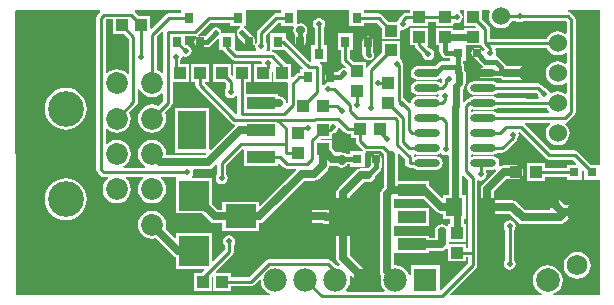
<source format=gtl>
G04 Layer_Physical_Order=1*
G04 Layer_Color=255*
%FSLAX25Y25*%
%MOIN*%
G70*
G01*
G75*
%ADD10R,0.03937X0.03937*%
%ADD11R,0.03937X0.03937*%
%ADD12R,0.03150X0.03543*%
%ADD13R,0.05512X0.05906*%
%ADD14R,0.03150X0.03150*%
%ADD15O,0.08661X0.02362*%
%ADD16R,0.09843X0.09843*%
%ADD17C,0.06000*%
%ADD18R,0.10236X0.07874*%
%ADD19R,0.09449X0.12992*%
%ADD20R,0.09449X0.03937*%
%ADD21C,0.01000*%
%ADD22C,0.02362*%
%ADD23C,0.01500*%
%ADD24C,0.01772*%
%ADD25C,0.02500*%
%ADD26C,0.02250*%
%ADD27C,0.07874*%
%ADD28C,0.06890*%
%ADD29R,0.07800X0.07800*%
%ADD30C,0.07800*%
%ADD31C,0.07284*%
%ADD32C,0.11929*%
%ADD33C,0.02000*%
G36*
X282419Y326819D02*
X282915Y326487D01*
X283500Y326371D01*
X284784D01*
Y324932D01*
X286223D01*
Y323948D01*
X286339Y323363D01*
X286671Y322867D01*
X288519Y321019D01*
X288616Y320953D01*
X288471Y320475D01*
X284176D01*
Y319684D01*
X283306D01*
X282901Y319955D01*
X282050Y320124D01*
X281952Y320104D01*
X281500Y320194D01*
X281147Y320124D01*
X279472D01*
X278169Y321428D01*
Y324120D01*
X274489D01*
X274429Y324264D01*
X274707Y324679D01*
X278169D01*
Y326259D01*
X278629Y326567D01*
X278654Y326591D01*
X279280Y326716D01*
X279942Y327158D01*
X280384Y327820D01*
X280452Y328162D01*
X280930Y328307D01*
X282419Y326819D01*
D02*
G37*
G36*
X349519Y318219D02*
X350015Y317887D01*
X350600Y317771D01*
X358519D01*
X359753Y316537D01*
X359562Y316075D01*
X356472D01*
Y315029D01*
X349217D01*
Y316469D01*
X343280D01*
Y310531D01*
X349217D01*
Y311971D01*
X356472D01*
Y310925D01*
X361622D01*
Y314015D01*
X361962Y314156D01*
X362378Y313878D01*
Y310925D01*
X367500D01*
Y272500D01*
X352174D01*
X352076Y272990D01*
X352647Y273227D01*
X353678Y274018D01*
X354470Y275050D01*
X354967Y276251D01*
X355137Y277539D01*
X354967Y278828D01*
X354470Y280029D01*
X353678Y281061D01*
X352647Y281852D01*
X351446Y282349D01*
X350157Y282519D01*
X348869Y282349D01*
X347668Y281852D01*
X346636Y281061D01*
X345845Y280029D01*
X345347Y278828D01*
X345178Y277539D01*
X345347Y276251D01*
X345845Y275050D01*
X346636Y274018D01*
X347668Y273227D01*
X348239Y272990D01*
X348141Y272500D01*
X317916D01*
X317725Y272962D01*
X326281Y281519D01*
X326613Y282015D01*
X326729Y282600D01*
Y310707D01*
X327120Y310916D01*
X327900Y310761D01*
X328680Y310916D01*
X329342Y311358D01*
X329784Y312020D01*
X329939Y312800D01*
X329784Y313580D01*
X329547Y313935D01*
X329783Y314376D01*
X331898D01*
X332608Y314517D01*
X332844Y314076D01*
X328490Y309722D01*
X327992Y308978D01*
X327818Y308100D01*
Y301900D01*
X327992Y301022D01*
X328490Y300278D01*
X329234Y299781D01*
X330112Y299606D01*
X337450D01*
X340178Y296878D01*
X340922Y296380D01*
X341800Y296206D01*
X354200D01*
X355078Y296380D01*
X355822Y296878D01*
X356827Y297883D01*
X360000D01*
X360878Y298058D01*
X361622Y298555D01*
X362120Y299299D01*
X362294Y300177D01*
X362120Y301055D01*
X361622Y301799D01*
X360878Y302297D01*
X360000Y302471D01*
X356068D01*
X351780Y306760D01*
X351035Y307257D01*
X350157Y307432D01*
X349279Y307257D01*
X348535Y306760D01*
X348038Y306016D01*
X347863Y305138D01*
X348038Y304260D01*
X348535Y303516D01*
X350795Y301256D01*
X350604Y300794D01*
X342750D01*
X340022Y303522D01*
X339278Y304019D01*
X338400Y304194D01*
X332406D01*
Y307150D01*
X336462Y311206D01*
X339752D01*
X340630Y311381D01*
X341374Y311878D01*
X341872Y312622D01*
X342046Y313500D01*
X341872Y314378D01*
X341374Y315122D01*
X340630Y315619D01*
X339752Y315794D01*
X335512D01*
X334634Y315619D01*
X334390Y315457D01*
X333953Y315749D01*
X334122Y316600D01*
X333953Y317451D01*
X333471Y318173D01*
X332749Y318655D01*
X331898Y318824D01*
X325599D01*
X324816Y318668D01*
X324594Y318850D01*
Y319350D01*
X324816Y319532D01*
X325599Y319376D01*
X331898D01*
X332749Y319545D01*
X333471Y320027D01*
X333500Y320071D01*
X335100D01*
X335685Y320187D01*
X336181Y320519D01*
X339581Y323919D01*
X339913Y324415D01*
X339941Y324558D01*
X339942Y324558D01*
X340384Y325220D01*
X340539Y326000D01*
X340410Y326651D01*
X340851Y326886D01*
X349519Y318219D01*
D02*
G37*
G36*
X367500Y316075D02*
X364541D01*
X360234Y320381D01*
X359738Y320713D01*
X359153Y320829D01*
X351234D01*
X342454Y329609D01*
X342646Y330071D01*
X350805D01*
X350965Y329597D01*
X350647Y329353D01*
X350006Y328517D01*
X349603Y327544D01*
X349465Y326500D01*
X349603Y325456D01*
X350006Y324483D01*
X350647Y323647D01*
X351483Y323006D01*
X352456Y322603D01*
X353500Y322465D01*
X354544Y322603D01*
X355517Y323006D01*
X356353Y323647D01*
X356994Y324483D01*
X357397Y325456D01*
X357535Y326500D01*
X357397Y327544D01*
X356994Y328517D01*
X356353Y329353D01*
X356018Y329610D01*
X356132Y330097D01*
X356585Y330187D01*
X357081Y330519D01*
X359081Y332519D01*
X359413Y333015D01*
X359529Y333600D01*
Y364400D01*
X359432Y364888D01*
X359413Y364985D01*
X359081Y365481D01*
X357981Y366581D01*
X357485Y366913D01*
X357036Y367002D01*
X357085Y367500D01*
X367500D01*
Y316075D01*
D02*
G37*
G36*
X268503Y348397D02*
X268312Y347935D01*
X267685D01*
Y346692D01*
X267300D01*
X266715Y346576D01*
X266219Y346244D01*
X265178Y345204D01*
X264717Y345396D01*
Y349468D01*
X263073D01*
X262829Y349833D01*
X259281Y353381D01*
X258785Y353713D01*
X258379Y353794D01*
X258428Y354291D01*
X262609D01*
X268503Y348397D01*
D02*
G37*
G36*
X343000Y334971D02*
X349804D01*
X350006Y334483D01*
X350647Y333647D01*
X350705Y333603D01*
X350544Y333129D01*
X333500D01*
X333471Y333172D01*
X332749Y333655D01*
X331898Y333824D01*
X325599D01*
X324816Y333668D01*
X324594Y333850D01*
Y334350D01*
X324816Y334532D01*
X325599Y334376D01*
X331898D01*
X332749Y334545D01*
X333471Y335028D01*
X333500Y335071D01*
X342497D01*
X343000Y334971D01*
D02*
G37*
G36*
X314758Y319758D02*
X315420Y319316D01*
X316200Y319161D01*
X316771Y319274D01*
X317157Y318957D01*
Y305853D01*
X315332D01*
Y305221D01*
X314870Y305029D01*
X310722Y309177D01*
X310642Y309231D01*
Y310524D01*
X300194D01*
Y319381D01*
X300150Y319600D01*
X300586Y319846D01*
X302671Y317938D01*
Y316600D01*
X302787Y316015D01*
X303119Y315519D01*
X303615Y315187D01*
X304200Y315071D01*
X305100D01*
X305129Y315027D01*
X305851Y314545D01*
X306702Y314376D01*
X313001D01*
X313852Y314545D01*
X314573Y315027D01*
X315055Y315749D01*
X315225Y316600D01*
X315055Y317451D01*
X314573Y318173D01*
X313852Y318655D01*
X313001Y318824D01*
X306702D01*
X305851Y318655D01*
X305730Y318705D01*
X305681Y319202D01*
X306116Y319493D01*
X306702Y319376D01*
X313001D01*
X313852Y319545D01*
X314573Y320027D01*
X314578D01*
X314758Y319758D01*
D02*
G37*
G36*
X200957Y367323D02*
X201075Y367038D01*
X200219Y366181D01*
X199887Y365685D01*
X199771Y365100D01*
Y314400D01*
X199887Y313815D01*
X200219Y313319D01*
X201119Y312419D01*
X201615Y312087D01*
X202200Y311971D01*
X203518D01*
X203679Y311497D01*
X203189Y311122D01*
X202446Y310152D01*
X201978Y309023D01*
X201818Y307811D01*
X201978Y306599D01*
X202446Y305470D01*
X203189Y304501D01*
X204159Y303756D01*
X205288Y303289D01*
X206500Y303129D01*
X207712Y303289D01*
X208841Y303756D01*
X209810Y304501D01*
X210555Y305470D01*
X211022Y306599D01*
X211182Y307811D01*
X211022Y309023D01*
X210555Y310152D01*
X209810Y311122D01*
X209321Y311497D01*
X209482Y311971D01*
X215329D01*
X215490Y311497D01*
X215001Y311122D01*
X214257Y310152D01*
X213789Y309023D01*
X213629Y307811D01*
X213789Y306599D01*
X214257Y305470D01*
X215001Y304501D01*
X215970Y303756D01*
X217099Y303289D01*
X218311Y303129D01*
X219523Y303289D01*
X220652Y303756D01*
X221621Y304501D01*
X222365Y305470D01*
X222833Y306599D01*
X222993Y307811D01*
X222833Y309023D01*
X222365Y310152D01*
X221621Y311122D01*
X221132Y311497D01*
X221293Y311971D01*
X226379D01*
Y311673D01*
X226379D01*
Y299831D01*
X234977D01*
X237630Y297178D01*
X238374Y296680D01*
X239252Y296506D01*
X241733D01*
Y293863D01*
X253969D01*
Y296506D01*
X254100D01*
X254978Y296680D01*
X255722Y297178D01*
X269250Y310706D01*
X272200D01*
X273078Y310880D01*
X273822Y311378D01*
X276822Y314378D01*
X277320Y315122D01*
X277386Y315458D01*
X277802Y315735D01*
X278452Y315606D01*
X278805Y315676D01*
X279955D01*
X280622Y315230D01*
X281500Y315056D01*
X282378Y315230D01*
X283122Y315728D01*
X283322Y316027D01*
X283411Y316116D01*
X284176D01*
Y315325D01*
X289325D01*
Y319189D01*
X289600Y320571D01*
X294548D01*
X295628Y319491D01*
X295606Y319381D01*
Y308505D01*
X294878Y307777D01*
X294380Y307033D01*
X294206Y306155D01*
Y280500D01*
X294380Y279622D01*
X294722Y279111D01*
X294626Y278879D01*
X294458Y277600D01*
X294626Y276321D01*
X295120Y275129D01*
X295850Y274178D01*
X295628Y273729D01*
X283172D01*
X282950Y274178D01*
X283680Y275129D01*
X284174Y276321D01*
X284342Y277600D01*
X284174Y278879D01*
X284167Y278895D01*
X284583Y279172D01*
X287778Y275978D01*
X288522Y275481D01*
X289400Y275306D01*
X290278Y275481D01*
X291022Y275978D01*
X291519Y276722D01*
X291694Y277600D01*
X291519Y278478D01*
X291022Y279222D01*
X284377Y285868D01*
Y298500D01*
Y305750D01*
X288832Y310206D01*
X290400D01*
X291278Y310381D01*
X292022Y310878D01*
X292519Y311622D01*
X292637Y312214D01*
X294362Y313938D01*
X294362Y313938D01*
X294555Y314228D01*
X294748Y314517D01*
X294884Y315200D01*
X294884Y315200D01*
Y317850D01*
X294748Y318532D01*
X294362Y319111D01*
X293783Y319498D01*
X293100Y319634D01*
X292417Y319498D01*
X291838Y319111D01*
X291452Y318532D01*
X291316Y317850D01*
Y315939D01*
X290171Y314794D01*
X287882D01*
X287004Y314619D01*
X286260Y314122D01*
X280460Y308323D01*
X279963Y307578D01*
X279788Y306701D01*
Y300794D01*
X277183D01*
X276995Y300920D01*
X276117Y301094D01*
X266749D01*
X265871Y300920D01*
X265127Y300422D01*
X264629Y299678D01*
X264455Y298800D01*
X264629Y297922D01*
X265127Y297178D01*
X265871Y296680D01*
X266749Y296506D01*
X275352D01*
X275539Y296380D01*
X276417Y296206D01*
X279788D01*
Y284917D01*
X279963Y284039D01*
X280460Y283295D01*
X280973Y282783D01*
X280695Y282367D01*
X280679Y282374D01*
X279654Y282509D01*
X278081Y284081D01*
X277585Y284413D01*
X277000Y284529D01*
X257163D01*
X256578Y284413D01*
X256082Y284081D01*
X250530Y278529D01*
X244717D01*
Y279969D01*
X239801D01*
X239609Y280430D01*
X245081Y285903D01*
X245413Y286399D01*
X245529Y286984D01*
Y289189D01*
X245884Y289720D01*
X246039Y290500D01*
X245884Y291280D01*
X245442Y291942D01*
X244780Y292384D01*
X244000Y292539D01*
X243220Y292384D01*
X242558Y291942D01*
X242116Y291280D01*
X241961Y290500D01*
X242116Y289720D01*
X242471Y289189D01*
Y287618D01*
X238683Y283830D01*
X238221Y284022D01*
Y293169D01*
X226379D01*
Y291830D01*
X225917Y291638D01*
X222814Y294742D01*
X222833Y294788D01*
X222993Y296000D01*
X222833Y297212D01*
X222365Y298341D01*
X221621Y299310D01*
X220652Y300055D01*
X219523Y300522D01*
X218311Y300682D01*
X217099Y300522D01*
X215970Y300055D01*
X215001Y299310D01*
X214257Y298341D01*
X213789Y297212D01*
X213629Y296000D01*
X213789Y294788D01*
X214257Y293659D01*
X215001Y292689D01*
X215970Y291946D01*
X217099Y291478D01*
X218311Y291318D01*
X219523Y291478D01*
X219569Y291497D01*
X225441Y285626D01*
X226185Y285128D01*
X226379Y285090D01*
Y281327D01*
X235526D01*
X235718Y280865D01*
X234822Y279969D01*
X232283D01*
Y274031D01*
X238221D01*
Y278729D01*
X238636Y279007D01*
X238779Y278947D01*
Y274031D01*
X244717D01*
Y275471D01*
X251163D01*
X251748Y275587D01*
X252245Y275919D01*
X253996Y277670D01*
X254470Y277509D01*
X254626Y276321D01*
X255120Y275129D01*
X255905Y274105D01*
X256929Y273320D01*
X257724Y272990D01*
X257627Y272500D01*
X173000D01*
X172502Y367145D01*
X172854Y367500D01*
X200839D01*
X200957Y367323D01*
D02*
G37*
G36*
X317032Y288079D02*
Y283784D01*
X322969D01*
Y285223D01*
X323671D01*
Y283233D01*
X314762Y274325D01*
X314300Y274516D01*
Y282500D01*
X304500D01*
Y279373D01*
X304010Y279276D01*
X303680Y280071D01*
X302895Y281095D01*
X301871Y281880D01*
X300679Y282374D01*
X299400Y282542D01*
X299170Y282512D01*
X298794Y282842D01*
Y286476D01*
X299193D01*
Y286476D01*
X310642D01*
Y287151D01*
X314545D01*
X315423Y287325D01*
X316167Y287823D01*
X316522Y288178D01*
X316553Y288224D01*
X317032Y288079D01*
D02*
G37*
G36*
X323671Y310966D02*
Y288281D01*
X322969D01*
Y289721D01*
X317259D01*
X317194Y289800D01*
Y290280D01*
X322969D01*
Y296217D01*
X322224D01*
Y297947D01*
X322844D01*
Y305853D01*
X321605D01*
Y312379D01*
X322067Y312570D01*
X323671Y310966D01*
D02*
G37*
G36*
X248793Y320977D02*
Y315576D01*
X260242D01*
Y316387D01*
X260704Y316578D01*
X262108Y315174D01*
X262604Y314842D01*
X263190Y314726D01*
X266128D01*
X266319Y314264D01*
X254431Y302376D01*
X253969Y302567D01*
Y303737D01*
X241733D01*
Y301094D01*
X240202D01*
X238221Y303075D01*
Y311673D01*
X231715D01*
X231479Y312114D01*
X231884Y312720D01*
X232039Y313500D01*
X231905Y314173D01*
X232223Y314560D01*
X236954D01*
X237832Y314734D01*
X238576Y315232D01*
X239509Y316164D01*
X239971Y315973D01*
Y312811D01*
X239616Y312280D01*
X239461Y311500D01*
X239616Y310720D01*
X240058Y310058D01*
X240720Y309616D01*
X241500Y309461D01*
X242280Y309616D01*
X242942Y310058D01*
X243384Y310720D01*
X243539Y311500D01*
X243384Y312280D01*
X243029Y312811D01*
Y315866D01*
X248331Y321168D01*
X248793Y320977D01*
D02*
G37*
G36*
X313133Y300278D02*
X313877Y299781D01*
X314755Y299606D01*
X315332D01*
Y297947D01*
X317776D01*
Y296217D01*
X317032D01*
Y295621D01*
X316553Y295476D01*
X316522Y295522D01*
X315778Y296020D01*
X314900Y296194D01*
X314022Y296020D01*
X313278Y295522D01*
X312780Y294778D01*
X312606Y293900D01*
Y291739D01*
X310642D01*
Y292413D01*
X299193D01*
Y292413D01*
X299148D01*
X298794Y292767D01*
Y295532D01*
X299193D01*
Y295532D01*
X310642D01*
Y301468D01*
X299193D01*
Y301468D01*
X299148D01*
X298794Y301822D01*
Y304587D01*
X299193D01*
Y304587D01*
X308824D01*
X313133Y300278D01*
D02*
G37*
G36*
X205283Y359531D02*
X209058D01*
X210571Y358018D01*
Y346342D01*
X210097Y346181D01*
X209810Y346554D01*
X208841Y347299D01*
X207712Y347766D01*
X206500Y347926D01*
X205288Y347766D01*
X204159Y347299D01*
X203278Y346622D01*
X202829Y346844D01*
Y364467D01*
X202834Y364471D01*
X205283D01*
Y359531D01*
D02*
G37*
G36*
X330827Y367084D02*
X330603Y366544D01*
X330466Y365500D01*
X330603Y364456D01*
X331006Y363483D01*
X331647Y362647D01*
X332483Y362006D01*
X333456Y361603D01*
X334500Y361466D01*
X335544Y361603D01*
X336517Y362006D01*
X337353Y362647D01*
X337994Y363483D01*
X338196Y363971D01*
X339589D01*
X340120Y363616D01*
X340900Y363461D01*
X341680Y363616D01*
X342211Y363971D01*
X356266D01*
X356471Y363767D01*
Y359828D01*
X356022Y359607D01*
X355517Y359994D01*
X354544Y360397D01*
X353500Y360535D01*
X352456Y360397D01*
X351483Y359994D01*
X350647Y359353D01*
X350006Y358517D01*
X349804Y358029D01*
X330977D01*
Y361200D01*
X330861Y361785D01*
X330529Y362281D01*
X328368Y364442D01*
Y367500D01*
X330549D01*
X330827Y367084D01*
D02*
G37*
G36*
X261425Y366466D02*
X259637D01*
X259052Y366350D01*
X258556Y366018D01*
X253619Y361081D01*
X253287Y360585D01*
X253171Y360000D01*
Y356811D01*
X252891Y356393D01*
X252429Y356584D01*
X252524Y357063D01*
Y357560D01*
X252389Y358243D01*
X252002Y358822D01*
X252002Y358822D01*
X249562Y361262D01*
X248983Y361649D01*
X248886Y361668D01*
X248935Y362165D01*
X249575D01*
Y367500D01*
X261425D01*
Y366466D01*
D02*
G37*
G36*
X244425Y362165D02*
X247665D01*
X247714Y361668D01*
X247617Y361649D01*
X247038Y361262D01*
X246652Y360683D01*
X246516Y360000D01*
X246652Y359317D01*
X247038Y358738D01*
X249016Y356761D01*
X249092Y356380D01*
X249479Y355801D01*
X250057Y355415D01*
X250740Y355279D01*
X251423Y355415D01*
X252002Y355801D01*
X252313Y356268D01*
X252776Y356076D01*
X252661Y355500D01*
X252816Y354720D01*
X253116Y354270D01*
X252881Y353829D01*
X246634D01*
X245835Y354628D01*
Y359835D01*
X241457D01*
X241321Y360000D01*
X241185Y360683D01*
X240799Y361262D01*
X240220Y361649D01*
X239537Y361784D01*
X238854Y361649D01*
X238275Y361262D01*
X235861Y358847D01*
X234240D01*
X233828Y358765D01*
X233637Y359227D01*
X233774Y359319D01*
X237863Y363408D01*
X244425D01*
Y362165D01*
D02*
G37*
G36*
X304331Y366777D02*
X302948D01*
X302460Y366680D01*
X302363Y366661D01*
X301867Y366329D01*
X300919Y365381D01*
X300587Y364885D01*
X300474Y364316D01*
X300116Y363780D01*
X300103Y363717D01*
X297194D01*
X294892Y366018D01*
X294396Y366350D01*
X293811Y366466D01*
X289075D01*
Y367500D01*
X304331D01*
Y366777D01*
D02*
G37*
G36*
X322431Y362280D02*
X325893D01*
X326171Y361864D01*
X326111Y361720D01*
X322431D01*
Y360976D01*
X318769D01*
Y361720D01*
X312831D01*
Y355784D01*
X314016D01*
Y353800D01*
X314152Y353117D01*
X314538Y352538D01*
X315038Y352038D01*
X315038Y352038D01*
X315328Y351845D01*
X315617Y351652D01*
X316300Y351516D01*
X316300Y351516D01*
X317676D01*
Y350725D01*
D01*
Y350725D01*
X317473Y350523D01*
X315000D01*
X314264Y350376D01*
X313640Y349960D01*
X312505Y348824D01*
X306702D01*
X305851Y348655D01*
X305129Y348172D01*
X304647Y347451D01*
X304478Y346600D01*
X304647Y345749D01*
X305129Y345027D01*
X305851Y344545D01*
X306702Y344376D01*
X313001D01*
X313852Y344545D01*
X314529Y344998D01*
X314945Y344720D01*
X314921Y344600D01*
Y343634D01*
X314505Y343218D01*
X313852Y343655D01*
X313001Y343824D01*
X306702D01*
X305851Y343655D01*
X305129Y343173D01*
X304647Y342451D01*
X304478Y341600D01*
X304647Y340749D01*
X305129Y340027D01*
X305851Y339545D01*
X306702Y339376D01*
X313001D01*
X313762Y339528D01*
X313960Y339330D01*
X313890Y339101D01*
X313391Y338767D01*
X313339Y338756D01*
X313001Y338824D01*
X306702D01*
X305851Y338655D01*
X305129Y338173D01*
X304647Y337451D01*
X304479Y336607D01*
X304001Y336462D01*
X303509Y336954D01*
X303484Y337080D01*
X303042Y337742D01*
X302380Y338184D01*
X301998Y338260D01*
Y349131D01*
X301912Y349564D01*
X301939Y349700D01*
X301784Y350480D01*
X301342Y351142D01*
X300969Y351391D01*
Y357221D01*
X295031D01*
Y353446D01*
X290119Y348533D01*
X289947Y348277D01*
X289469Y348422D01*
Y350217D01*
X285694D01*
X284289Y351622D01*
Y354291D01*
X285335D01*
Y359835D01*
X280185D01*
Y354291D01*
X281230D01*
Y350988D01*
X281347Y350403D01*
X281678Y349907D01*
X282965Y348620D01*
X282730Y348179D01*
X282200Y348284D01*
X281517Y348148D01*
X280938Y347762D01*
X280124Y346947D01*
X277740D01*
X277057Y346812D01*
X276479Y346425D01*
X276092Y345846D01*
X275956Y345163D01*
X276092Y344480D01*
X276479Y343901D01*
X276703Y343751D01*
X276606Y343261D01*
X276220Y343184D01*
X275558Y342742D01*
X275408Y342517D01*
X274929Y342662D01*
Y348500D01*
X274813Y349085D01*
X274481Y349581D01*
X274174Y349787D01*
X274319Y350265D01*
X276575D01*
Y355809D01*
X275529D01*
Y361689D01*
X275884Y362220D01*
X276039Y363000D01*
X275884Y363780D01*
X275442Y364442D01*
X274780Y364884D01*
X274000Y365039D01*
X273220Y364884D01*
X272558Y364442D01*
X272116Y363780D01*
X271961Y363000D01*
X272116Y362220D01*
X272471Y361689D01*
Y355809D01*
X271425D01*
Y350454D01*
X270963Y350263D01*
X263081Y358144D01*
X262835Y358309D01*
Y359835D01*
X257685D01*
Y354291D01*
X257685D01*
Y354183D01*
X257331Y353829D01*
X256520D01*
X256284Y354270D01*
X256584Y354720D01*
X256739Y355500D01*
X256584Y356280D01*
X256229Y356811D01*
Y359366D01*
X260271Y363408D01*
X261425D01*
Y362165D01*
X265389D01*
X265625Y361724D01*
X265621Y361718D01*
X265446Y360840D01*
X265621Y359962D01*
X265956Y359461D01*
Y357063D01*
X266092Y356380D01*
X266478Y355801D01*
X267057Y355415D01*
X267740Y355279D01*
X268423Y355415D01*
X269002Y355801D01*
X269389Y356380D01*
X269525Y357063D01*
Y359431D01*
X269919Y360022D01*
X270094Y360900D01*
X269919Y361778D01*
X269422Y362522D01*
X268678Y363019D01*
X267800Y363194D01*
X266961Y363027D01*
X266575Y363345D01*
Y367500D01*
X283925D01*
Y362165D01*
X289075D01*
Y363408D01*
X293178D01*
X295031Y361554D01*
Y357780D01*
X300969D01*
Y360772D01*
X301355Y361089D01*
X302000Y360961D01*
X302780Y361116D01*
X303442Y361558D01*
X303884Y362220D01*
X303896Y362280D01*
X304331D01*
Y362280D01*
X310268D01*
Y363719D01*
X312831D01*
Y362280D01*
X318769D01*
Y363030D01*
X319155Y363347D01*
X319848Y363209D01*
X320628Y363364D01*
X321290Y363806D01*
X321732Y364468D01*
X321887Y365248D01*
X321732Y366028D01*
X321290Y366690D01*
X320794Y367021D01*
X320939Y367500D01*
X322431D01*
Y362280D01*
D02*
G37*
G36*
X227925Y366466D02*
X223838D01*
X223253Y366350D01*
X222757Y366018D01*
X218178Y361440D01*
X217717Y361631D01*
Y365469D01*
X213942D01*
X212373Y367038D01*
X212491Y367323D01*
X212609Y367500D01*
X227925D01*
Y366466D01*
D02*
G37*
G36*
X221853Y360443D02*
X222071Y360353D01*
Y346775D01*
X221621Y346554D01*
X220652Y347299D01*
X219840Y347635D01*
Y358776D01*
X221565Y360501D01*
X221853Y360443D01*
D02*
G37*
G36*
X233198Y358471D02*
X232979Y358325D01*
X232592Y357746D01*
X232456Y357063D01*
X232592Y356380D01*
X232979Y355801D01*
X233557Y355415D01*
X234240Y355279D01*
X236600D01*
X237283Y355415D01*
X237862Y355801D01*
X240223Y358163D01*
X240685Y357971D01*
Y354291D01*
X241956D01*
X242178Y353959D01*
X244919Y351219D01*
X245415Y350887D01*
X246000Y350771D01*
X254760D01*
X255077Y350384D01*
X254961Y349800D01*
X254689Y349468D01*
X252284D01*
Y343531D01*
X258221D01*
Y347100D01*
X258622Y347398D01*
X258780Y347350D01*
Y343531D01*
X263370D01*
X263687Y343145D01*
X263671Y343063D01*
Y336804D01*
X263242Y336547D01*
X263039Y336655D01*
X262864Y337533D01*
X262367Y338277D01*
X261623Y338775D01*
X260745Y338949D01*
X260242D01*
Y339624D01*
X249777D01*
Y343531D01*
X251217D01*
Y349468D01*
X245280D01*
Y345789D01*
X245136Y345729D01*
X244721Y346007D01*
Y349468D01*
X238784D01*
Y343531D01*
X242558D01*
X242971Y343119D01*
Y341511D01*
X242616Y340980D01*
X242461Y340200D01*
X242616Y339420D01*
X243058Y338758D01*
X243720Y338316D01*
X244500Y338161D01*
X245280Y338316D01*
X245942Y338758D01*
X246240Y339204D01*
X246719Y339059D01*
Y333100D01*
X246742Y332984D01*
X246634Y332853D01*
X246134Y332828D01*
X235893Y343070D01*
X236085Y343531D01*
X237216D01*
Y349468D01*
X231279D01*
Y343531D01*
X232719D01*
Y342552D01*
X232835Y341967D01*
X233167Y341471D01*
X244650Y329987D01*
X245146Y329656D01*
X245731Y329539D01*
X245742D01*
X245933Y329077D01*
X237869Y321013D01*
X237407Y321205D01*
Y335096D01*
X225958D01*
Y320104D01*
X236306D01*
X236498Y319642D01*
X236004Y319148D01*
X223309D01*
X222980Y319524D01*
X222993Y319622D01*
X222833Y320834D01*
X222365Y321963D01*
X221621Y322933D01*
X220652Y323676D01*
X219523Y324144D01*
X218311Y324304D01*
X217099Y324144D01*
X215970Y323676D01*
X215001Y322933D01*
X214257Y321963D01*
X213789Y320834D01*
X213629Y319622D01*
X213789Y318410D01*
X214257Y317281D01*
X215001Y316312D01*
X215970Y315567D01*
X216085Y315520D01*
X215988Y315029D01*
X208823D01*
X208726Y315520D01*
X208841Y315567D01*
X209810Y316312D01*
X210555Y317281D01*
X211022Y318410D01*
X211182Y319622D01*
X211022Y320834D01*
X210555Y321963D01*
X209810Y322933D01*
X208841Y323676D01*
X207712Y324144D01*
X206500Y324304D01*
X205288Y324144D01*
X204159Y323676D01*
X203278Y323000D01*
X202829Y323221D01*
Y327834D01*
X203278Y328055D01*
X204159Y327379D01*
X205288Y326911D01*
X206500Y326751D01*
X207712Y326911D01*
X208841Y327379D01*
X209810Y328122D01*
X210555Y329092D01*
X211022Y330221D01*
X211182Y331433D01*
X211022Y332645D01*
X210686Y333456D01*
X213181Y335952D01*
X213513Y336448D01*
X213629Y337033D01*
Y341136D01*
X214120Y341233D01*
X214257Y340903D01*
X215001Y339933D01*
X215970Y339190D01*
X217099Y338722D01*
X218311Y338562D01*
X219523Y338722D01*
X220652Y339190D01*
X221621Y339933D01*
X221621Y339933D01*
X221621D01*
X222071Y339713D01*
Y337355D01*
X220334Y335619D01*
X219523Y335955D01*
X218311Y336115D01*
X217099Y335955D01*
X215970Y335488D01*
X215001Y334743D01*
X214257Y333774D01*
X213789Y332645D01*
X213629Y331433D01*
X213789Y330221D01*
X214257Y329092D01*
X215001Y328122D01*
X215970Y327379D01*
X217099Y326911D01*
X218311Y326751D01*
X219523Y326911D01*
X220652Y327379D01*
X221621Y328122D01*
X222365Y329092D01*
X222833Y330221D01*
X222993Y331433D01*
X222833Y332645D01*
X222497Y333456D01*
X224681Y335641D01*
X225013Y336137D01*
X225129Y336722D01*
Y343531D01*
X230720D01*
Y349468D01*
X227729D01*
Y350789D01*
X228084Y351320D01*
X228211Y351956D01*
X228673Y352148D01*
X228720Y352116D01*
X229500Y351961D01*
X230280Y352116D01*
X230942Y352558D01*
X231384Y353220D01*
X231539Y354000D01*
X231384Y354780D01*
X230942Y355442D01*
X230280Y355884D01*
X229654Y356009D01*
X229335Y356328D01*
Y358871D01*
X232692D01*
X233006Y358933D01*
X233198Y358471D01*
D02*
G37*
G36*
X328367Y355419D02*
X329312Y354473D01*
X329116Y354180D01*
X329066Y353930D01*
X328588Y353785D01*
X327811Y354562D01*
X327232Y354948D01*
X326550Y355084D01*
X325867Y354948D01*
X325288Y354562D01*
X324901Y353983D01*
X324765Y353300D01*
X324901Y352617D01*
X325288Y352038D01*
X328188Y349138D01*
X328643Y348834D01*
X328545Y348344D01*
X328066Y348249D01*
X327487Y347862D01*
X327100Y347283D01*
X326964Y346600D01*
X327100Y345917D01*
X327487Y345338D01*
X328066Y344952D01*
X328749Y344816D01*
X334571D01*
X335222Y344380D01*
X336100Y344206D01*
X343500D01*
X344378Y344380D01*
X345122Y344878D01*
X345620Y345622D01*
X345794Y346500D01*
X345620Y347378D01*
X345122Y348122D01*
X344378Y348620D01*
X343500Y348794D01*
X336266D01*
X336149Y349383D01*
X335762Y349962D01*
X335762Y349962D01*
X334062Y351662D01*
X333483Y352048D01*
X333059Y352133D01*
X332867Y352595D01*
X332884Y352620D01*
X333039Y353400D01*
X332884Y354180D01*
X332651Y354530D01*
X332886Y354971D01*
X349804D01*
X350006Y354483D01*
X350647Y353647D01*
X351483Y353006D01*
X352456Y352603D01*
X353500Y352466D01*
X354544Y352603D01*
X355517Y353006D01*
X356022Y353393D01*
X356471Y353172D01*
Y349828D01*
X356022Y349607D01*
X355517Y349994D01*
X354544Y350397D01*
X353500Y350535D01*
X352456Y350397D01*
X351483Y349994D01*
X350647Y349353D01*
X350006Y348517D01*
X349603Y347544D01*
X349465Y346500D01*
X349603Y345456D01*
X350006Y344483D01*
X350647Y343647D01*
X351483Y343006D01*
X352456Y342603D01*
X353500Y342465D01*
X354544Y342603D01*
X355517Y343006D01*
X356022Y343393D01*
X356471Y343172D01*
Y339828D01*
X356022Y339607D01*
X355517Y339994D01*
X354544Y340397D01*
X353500Y340534D01*
X352456Y340397D01*
X351483Y339994D01*
X351406Y339935D01*
X350938Y340111D01*
X350884Y340380D01*
X350442Y341042D01*
X349780Y341484D01*
X349154Y341609D01*
X348081Y342681D01*
X347585Y343013D01*
X347000Y343129D01*
X333500D01*
X333471Y343173D01*
X332749Y343655D01*
X331898Y343824D01*
X325599D01*
X324748Y343655D01*
X324027Y343173D01*
X323545Y342451D01*
X323375Y341600D01*
X323545Y340749D01*
X324027Y340027D01*
X324748Y339545D01*
X325599Y339376D01*
X331898D01*
X332749Y339545D01*
X333471Y340027D01*
X333500Y340071D01*
X346367D01*
X346991Y339446D01*
X347116Y338820D01*
X347349Y338470D01*
X347114Y338029D01*
X343403D01*
X342900Y338129D01*
X333500D01*
X333471Y338173D01*
X332749Y338655D01*
X331898Y338824D01*
X325599D01*
X324748Y338655D01*
X324027Y338173D01*
X323998Y338129D01*
X323512Y338032D01*
X323415Y338013D01*
X322919Y337681D01*
X322267Y337030D01*
X321805Y337221D01*
Y341361D01*
X322154Y341710D01*
X322154Y341710D01*
X322443Y342142D01*
X322636Y342431D01*
X322805Y343282D01*
Y346527D01*
X322805Y346527D01*
X322636Y347378D01*
X322424Y347695D01*
Y348600D01*
X322255Y349451D01*
X321984Y349855D01*
Y350725D01*
X322825D01*
Y355784D01*
X328123D01*
X328367Y355419D01*
D02*
G37*
%LPC*%
G36*
X360000Y286983D02*
X358840Y286830D01*
X357758Y286383D01*
X356830Y285670D01*
X356117Y284742D01*
X355669Y283660D01*
X355517Y282500D01*
X355669Y281340D01*
X356117Y280258D01*
X356830Y279330D01*
X357758Y278617D01*
X358840Y278169D01*
X360000Y278017D01*
X361160Y278169D01*
X362242Y278617D01*
X363170Y279330D01*
X363883Y280258D01*
X364331Y281340D01*
X364483Y282500D01*
X364331Y283660D01*
X363883Y284742D01*
X363170Y285670D01*
X362242Y286383D01*
X361160Y286830D01*
X360000Y286983D01*
D02*
G37*
G36*
X337500Y297539D02*
X336720Y297384D01*
X336058Y296942D01*
X335616Y296280D01*
X335461Y295500D01*
X335616Y294720D01*
X335971Y294189D01*
Y284311D01*
X335616Y283780D01*
X335461Y283000D01*
X335616Y282220D01*
X336058Y281558D01*
X336720Y281116D01*
X337500Y280961D01*
X338280Y281116D01*
X338942Y281558D01*
X339384Y282220D01*
X339539Y283000D01*
X339384Y283780D01*
X339029Y284311D01*
Y294189D01*
X339384Y294720D01*
X339539Y295500D01*
X339384Y296280D01*
X338942Y296942D01*
X338280Y297384D01*
X337500Y297539D01*
D02*
G37*
G36*
X189492Y311502D02*
X188127Y311368D01*
X186814Y310969D01*
X185604Y310323D01*
X184544Y309453D01*
X183673Y308392D01*
X183027Y307182D01*
X182628Y305869D01*
X182494Y304504D01*
X182628Y303139D01*
X183027Y301826D01*
X183673Y300616D01*
X184544Y299555D01*
X185604Y298685D01*
X186814Y298039D01*
X188127Y297640D01*
X189492Y297506D01*
X190858Y297640D01*
X192170Y298039D01*
X193380Y298685D01*
X194441Y299555D01*
X195311Y300616D01*
X195958Y301826D01*
X196356Y303139D01*
X196491Y304504D01*
X196356Y305869D01*
X195958Y307182D01*
X195311Y308392D01*
X194441Y309453D01*
X193380Y310323D01*
X192170Y310969D01*
X190858Y311368D01*
X189492Y311502D01*
D02*
G37*
G36*
Y341739D02*
X188127Y341604D01*
X186814Y341206D01*
X185604Y340559D01*
X184544Y339689D01*
X183673Y338628D01*
X183027Y337418D01*
X182628Y336105D01*
X182494Y334740D01*
X182628Y333375D01*
X183027Y332062D01*
X183673Y330852D01*
X184544Y329792D01*
X185604Y328921D01*
X186814Y328275D01*
X188127Y327876D01*
X189492Y327742D01*
X190858Y327876D01*
X192170Y328275D01*
X193380Y328921D01*
X194441Y329792D01*
X195311Y330852D01*
X195958Y332062D01*
X196356Y333375D01*
X196491Y334740D01*
X196356Y336105D01*
X195958Y337418D01*
X195311Y338628D01*
X194441Y339689D01*
X193380Y340559D01*
X192170Y341206D01*
X190858Y341604D01*
X189492Y341739D01*
D02*
G37*
G36*
X310268Y361720D02*
X304331D01*
Y355784D01*
X305804D01*
X305887Y355367D01*
X306219Y354871D01*
X308391Y352698D01*
X308516Y352072D01*
X308958Y351410D01*
X309620Y350968D01*
X310400Y350813D01*
X311180Y350968D01*
X311842Y351410D01*
X312284Y352072D01*
X312439Y352852D01*
X312284Y353632D01*
X311842Y354294D01*
X311180Y354736D01*
X310554Y354860D01*
X310082Y355333D01*
X310268Y355784D01*
X310268D01*
X310268Y355784D01*
Y361720D01*
D02*
G37*
G36*
X290240Y358847D02*
X289557Y358712D01*
X288979Y358325D01*
X288592Y357746D01*
X288456Y357063D01*
Y352960D01*
X288592Y352277D01*
X288979Y351698D01*
X289338Y351338D01*
X289917Y350952D01*
X290600Y350816D01*
X291283Y350952D01*
X291862Y351338D01*
X292249Y351917D01*
X292384Y352600D01*
X292249Y353283D01*
X292024Y353618D01*
Y357063D01*
X291889Y357746D01*
X291502Y358325D01*
X290923Y358712D01*
X290240Y358847D01*
D02*
G37*
%LPD*%
D10*
X320000Y286752D02*
D03*
Y293248D02*
D03*
X297000Y343248D02*
D03*
Y336752D02*
D03*
X266900Y326448D02*
D03*
Y319952D02*
D03*
X286500Y347248D02*
D03*
Y340752D02*
D03*
X298000Y360748D02*
D03*
Y354252D02*
D03*
X307300Y365248D02*
D03*
Y358752D02*
D03*
X315800Y365248D02*
D03*
Y358752D02*
D03*
X275200Y327648D02*
D03*
Y321152D02*
D03*
X325400Y365248D02*
D03*
Y358752D02*
D03*
D11*
X241748Y277000D02*
D03*
X235252D02*
D03*
X294248Y327900D02*
D03*
X287752D02*
D03*
X255252Y346500D02*
D03*
X261748D02*
D03*
X275248Y335500D02*
D03*
X268752D02*
D03*
X248248Y346500D02*
D03*
X241752D02*
D03*
X339752Y313500D02*
D03*
X346248D02*
D03*
X208252Y362500D02*
D03*
X214748D02*
D03*
X234248Y346500D02*
D03*
X227752D02*
D03*
D12*
X226760Y357063D02*
D03*
X234240D02*
D03*
X230500Y364937D02*
D03*
X286500D02*
D03*
X290240Y357063D02*
D03*
X282760D02*
D03*
X274000Y353037D02*
D03*
X277740Y345163D02*
D03*
X270260D02*
D03*
X264000Y364937D02*
D03*
X267740Y357063D02*
D03*
X260260D02*
D03*
X247000Y364937D02*
D03*
X250740Y357063D02*
D03*
X243260D02*
D03*
D13*
X330112Y301900D02*
D03*
X319088D02*
D03*
D14*
X364953Y313500D02*
D03*
X359047D02*
D03*
X286750Y317900D02*
D03*
X293050D02*
D03*
X320250Y353300D02*
D03*
X326550D02*
D03*
D15*
X328749Y316600D02*
D03*
Y321600D02*
D03*
Y326600D02*
D03*
Y331600D02*
D03*
Y336600D02*
D03*
Y341600D02*
D03*
Y346600D02*
D03*
X309851Y316600D02*
D03*
Y321600D02*
D03*
Y326600D02*
D03*
Y331600D02*
D03*
Y336600D02*
D03*
Y341600D02*
D03*
Y346600D02*
D03*
D16*
X232300Y287248D02*
D03*
Y305752D02*
D03*
D17*
X334500Y365500D02*
D03*
X343500Y346500D02*
D03*
X353500Y326500D02*
D03*
Y336500D02*
D03*
Y346500D02*
D03*
Y356500D02*
D03*
D18*
X247851Y298800D02*
D03*
X266749D02*
D03*
D19*
X231683Y327600D02*
D03*
X282083Y298500D02*
D03*
D20*
X254517Y336655D02*
D03*
Y327600D02*
D03*
Y318545D02*
D03*
X304917Y289445D02*
D03*
Y298500D02*
D03*
Y307555D02*
D03*
D21*
X244000Y286984D02*
Y290500D01*
X235252Y278236D02*
X244000Y286984D01*
X262800Y323000D02*
Y328132D01*
Y320100D02*
Y323000D01*
X241500Y311500D02*
Y316500D01*
X248000Y323000D01*
X262800D01*
X235252Y277000D02*
Y278236D01*
X279400Y277600D02*
Y280600D01*
X277000Y283000D02*
X279400Y280600D01*
X257163Y283000D02*
X277000D01*
X251163Y277000D02*
X257163Y283000D01*
X241748Y277000D02*
X251163D01*
X325200Y282600D02*
Y311600D01*
X320000Y286752D02*
X324952D01*
X325400Y365248D02*
X329448Y361200D01*
Y356500D02*
Y361200D01*
X334500Y365500D02*
X356900D01*
X302000Y364300D02*
X302948Y365248D01*
X307300D01*
X315800D02*
X319848D01*
X307300D02*
X315800D01*
X302000Y363000D02*
Y364300D01*
X307300Y355952D02*
X310400Y352852D01*
X307300Y355952D02*
Y358752D01*
X316100Y337600D02*
Y338900D01*
X315100Y336600D02*
X316100Y337600D01*
X295181Y322100D02*
X297900Y319381D01*
X289600Y322100D02*
X295181D01*
X287752Y323948D02*
X289600Y322100D01*
X287752Y323948D02*
Y327900D01*
X283500D02*
X287752D01*
X280283Y331117D02*
X283500Y327900D01*
X272610Y331117D02*
X280283D01*
X272562Y331068D02*
X272610Y331117D01*
X259863Y331068D02*
X272562D01*
X262948Y319952D02*
X266900D01*
X262800Y320100D02*
X262948Y319952D01*
X259863Y331068D02*
X262800Y328132D01*
X245731Y331068D02*
X259863D01*
X234248Y342552D02*
X245731Y331068D01*
X234248Y342552D02*
Y346500D01*
X299800Y331100D02*
X300000Y330900D01*
Y322772D02*
Y330900D01*
Y322772D02*
X304200Y318572D01*
Y316600D02*
Y318572D01*
X316450Y343000D02*
Y344600D01*
X294300Y326800D02*
Y327900D01*
X266900Y328300D02*
X270400D01*
X327900Y312800D02*
Y316600D01*
X304200D02*
X309851D01*
X300469Y337431D02*
X301600Y336300D01*
X300469Y337431D02*
Y349131D01*
X299900Y349700D02*
X300469Y349131D01*
X305000Y326600D02*
X309851D01*
X304000Y327600D02*
X305000Y326600D01*
X338500Y325000D02*
Y326000D01*
X335100Y321600D02*
X338500Y325000D01*
X328749Y321600D02*
X335100D01*
X328749Y326600D02*
X334400D01*
X336400Y328600D02*
X341300D01*
X334400Y326600D02*
X336400Y328600D01*
X329448Y356500D02*
X331000Y354948D01*
X243260Y355040D02*
Y357063D01*
Y355040D02*
X246000Y352300D01*
X258200D01*
X261748Y348752D01*
Y346500D02*
Y348752D01*
X282760Y350988D02*
Y357063D01*
Y350988D02*
X286500Y347248D01*
X291200Y347452D02*
X298000Y354252D01*
X291200Y334900D02*
Y347452D01*
X277548Y327648D02*
X278500Y328600D01*
X275200Y327648D02*
X277548D01*
X329448Y356500D02*
X353500D01*
X294248Y327900D02*
X294300D01*
Y326800D02*
X296600Y324500D01*
X309851Y341600D02*
X315050D01*
X211248Y366000D02*
X214748Y362500D01*
X202200Y366000D02*
X211248D01*
X201300Y365100D02*
X202200Y366000D01*
X201300Y314400D02*
Y365100D01*
Y314400D02*
X202200Y313500D01*
X230000D01*
X316200Y321200D02*
Y330400D01*
X315000Y331600D02*
X316200Y330400D01*
X309851Y331600D02*
X315000D01*
X266900Y326448D02*
Y328300D01*
X301600Y336300D02*
X302000D01*
X304000Y334300D01*
Y327600D02*
Y334300D01*
X237229Y364937D02*
X247000D01*
X232692Y360400D02*
X237229Y364937D01*
X223600Y360400D02*
X232692D01*
X223600Y336722D02*
Y360400D01*
X218311Y331433D02*
X223600Y336722D01*
X223838Y364937D02*
X230500D01*
X218311Y359410D02*
X223838Y364937D01*
X218311Y343244D02*
Y359410D01*
X244500Y340200D02*
Y343752D01*
X241752Y346500D02*
X244500Y343752D01*
X206500Y331433D02*
X212100Y337033D01*
Y358652D01*
X208252Y362500D02*
X212100Y358652D01*
X299300Y331600D02*
X299800Y331100D01*
X286600Y331600D02*
X299300D01*
X284200Y334000D02*
X286600Y331600D01*
X284200Y334000D02*
Y336000D01*
X278900Y341300D02*
X284200Y336000D01*
X277000Y341300D02*
X278900D01*
X257000Y348248D02*
Y349800D01*
X255252Y346500D02*
X257000Y348248D01*
X275248Y335500D02*
X280100D01*
X281700Y333900D01*
X316450Y344600D02*
X317400D01*
X315050Y341600D02*
X316450Y343000D01*
X331000Y353400D02*
Y354948D01*
X309851Y336600D02*
X315100D01*
X248248Y333100D02*
Y346500D01*
Y333100D02*
X262300D01*
X265200Y336000D01*
Y343063D01*
X267300Y345163D01*
X270260D01*
X341300Y328600D02*
X350600Y319300D01*
X359153D01*
X364953Y313500D01*
X286500Y336300D02*
Y340752D01*
Y336300D02*
X286700Y336100D01*
X327900Y316600D02*
X328749D01*
X254700Y355500D02*
Y360000D01*
X259637Y364937D01*
X264000D01*
X271700Y324148D02*
X275200Y327648D01*
X271700Y317955D02*
Y324148D01*
X270000Y316255D02*
X271700Y317955D01*
X263190Y316255D02*
X270000D01*
X260900Y318545D02*
X263190Y316255D01*
X254517Y318545D02*
X260900D01*
X226760Y356740D02*
Y357063D01*
Y356740D02*
X229500Y354000D01*
X293700Y343300D02*
X296948D01*
X297000Y343248D01*
X214748Y352100D02*
Y362500D01*
X226200Y348052D02*
Y352100D01*
Y348052D02*
X227752Y346500D01*
X328749Y341600D02*
X347000D01*
X349000Y339600D01*
X274000Y353037D02*
Y363000D01*
X268752Y335500D02*
X273400Y340148D01*
Y348500D01*
X270563D02*
X273400D01*
X262000Y357063D02*
X270563Y348500D01*
X260260Y357063D02*
X262000D01*
X304000Y321600D02*
X309851D01*
X302000Y323600D02*
X304000Y321600D01*
X302000Y323600D02*
Y331752D01*
X297000Y336752D02*
X302000Y331752D01*
X269400Y277600D02*
X274800Y272200D01*
X314800D01*
X325200Y282600D01*
X322900Y313900D02*
X325200Y311600D01*
X322900Y313900D02*
Y335500D01*
X324000Y336600D01*
X328749D01*
X286500Y364937D02*
X293811D01*
X298000Y360748D01*
X343000Y336500D02*
X353500D01*
X342900Y336600D02*
X343000Y336500D01*
X328749Y336600D02*
X342900D01*
X328749Y331600D02*
X356000D01*
X358000Y333600D01*
Y364400D01*
X356900Y365500D02*
X358000Y364400D01*
X346248Y313500D02*
X359047D01*
X337500Y283000D02*
Y295500D01*
D22*
X319088Y301900D02*
X320000Y300988D01*
Y293248D02*
Y300988D01*
X320200Y346908D02*
Y348600D01*
X315800Y358752D02*
X325400D01*
X320200Y346908D02*
X320581Y346527D01*
Y343282D02*
Y346527D01*
X319581Y342282D02*
X320581Y343282D01*
X319581Y335489D02*
Y342282D01*
X319381Y335289D02*
X319581Y335489D01*
X319381Y302193D02*
Y335289D01*
X319088Y301900D02*
X319381Y302193D01*
X278452Y317900D02*
X281500D01*
Y317350D02*
X282050Y317900D01*
D23*
X328749Y346600D02*
X336000D01*
X326550Y353300D02*
X329450Y350400D01*
X332800D01*
X334500Y348700D01*
Y346600D02*
Y348700D01*
X320200Y348600D02*
Y353300D01*
X320250D01*
X316300D02*
X320200D01*
X315800Y353800D02*
Y358752D01*
Y353800D02*
X316300Y353300D01*
X290400Y312500D02*
X293100Y315200D01*
Y317850D01*
X282050Y317900D02*
X286950D01*
X336000Y346600D02*
X336100Y346500D01*
X250740Y357063D02*
Y357560D01*
X248300Y360000D02*
X250740Y357560D01*
X277740Y345163D02*
X280863D01*
X282200Y346500D01*
X290240Y352960D02*
X290600Y352600D01*
X290240Y352960D02*
Y357063D01*
X236600D02*
X239537Y360000D01*
X234240Y357063D02*
X236600D01*
X267740D02*
Y360840D01*
D24*
X315000Y348600D02*
X320200D01*
X313000Y346600D02*
X315000Y348600D01*
X309851Y346600D02*
X313000D01*
D25*
X282083Y306701D02*
X287882Y312500D01*
X290400D01*
X297900Y307555D02*
Y319381D01*
X282083Y298500D02*
Y306701D01*
X297900Y307555D02*
X304917D01*
X296500Y306155D02*
X297900Y307555D01*
X296500Y280500D02*
Y306155D01*
Y280500D02*
X299400Y277600D01*
X314755Y301900D02*
X319088D01*
X309100Y307555D02*
X314755Y301900D01*
X304917Y307555D02*
X309100D01*
X314900Y289800D02*
Y293900D01*
X314545Y289445D02*
X314900Y289800D01*
X304917Y289445D02*
X314545D01*
X354200Y298500D02*
X355877Y300177D01*
X350157Y305138D02*
X355118Y300177D01*
X282083Y284917D02*
Y298500D01*
Y284917D02*
X289400Y277600D01*
X267740Y360840D02*
X267800Y360900D01*
X275200Y316000D02*
Y321152D01*
X272200Y313000D02*
X275200Y316000D01*
X268300Y313000D02*
X272200D01*
X254100Y298800D02*
X268300Y313000D01*
X247851Y298800D02*
X254100D01*
X275200Y321152D02*
X278452Y317900D01*
X281500Y317350D02*
Y317900D01*
X254517Y336655D02*
X260745D01*
X239252Y298800D02*
X247851D01*
X232300Y305752D02*
X239252Y298800D01*
X227063Y287248D02*
X232300D01*
X218311Y296000D02*
X227063Y287248D01*
X218311Y319622D02*
X221079Y316854D01*
X236954D01*
X247700Y327600D01*
X254517D01*
X335512Y313500D02*
X339752D01*
X330112Y308100D02*
X335512Y313500D01*
X330112Y301900D02*
Y308100D01*
X276417Y298500D02*
X282083D01*
X276117Y298800D02*
X276417Y298500D01*
X266749Y298800D02*
X276117D01*
X336100Y346500D02*
X343500D01*
X355877Y300177D02*
X360000D01*
X341800Y298500D02*
X354200D01*
X338400Y301900D02*
X341800Y298500D01*
X330112Y301900D02*
X338400D01*
D26*
X355877Y300177D02*
X360000D01*
X355118D02*
X355877D01*
D27*
X350157Y305138D02*
D03*
Y277539D02*
D03*
D28*
X360000Y300177D02*
D03*
Y282500D02*
D03*
D29*
X309400Y277600D02*
D03*
D30*
X299400D02*
D03*
X289400D02*
D03*
X279400D02*
D03*
X269400D02*
D03*
X259400D02*
D03*
D31*
X206500Y296000D02*
D03*
Y307811D02*
D03*
Y319622D02*
D03*
Y331433D02*
D03*
Y343244D02*
D03*
X218311Y296000D02*
D03*
Y307811D02*
D03*
Y319622D02*
D03*
Y331433D02*
D03*
Y343244D02*
D03*
D32*
X189492Y304504D02*
D03*
Y334740D02*
D03*
D33*
X244000Y290500D02*
D03*
X241500Y311500D02*
D03*
X293000Y288000D02*
D03*
Y291000D02*
D03*
Y294000D02*
D03*
Y297000D02*
D03*
Y300000D02*
D03*
Y303000D02*
D03*
Y306000D02*
D03*
X290000Y289500D02*
D03*
Y292500D02*
D03*
Y295500D02*
D03*
Y298500D02*
D03*
Y301500D02*
D03*
Y304500D02*
D03*
Y307500D02*
D03*
X256500Y292500D02*
D03*
X259500D02*
D03*
X262500D02*
D03*
X265500D02*
D03*
X268500D02*
D03*
X257500Y289500D02*
D03*
X261000D02*
D03*
X264500D02*
D03*
X267500D02*
D03*
X270500D02*
D03*
X340900Y365500D02*
D03*
X319848Y365248D02*
D03*
X331000Y353400D02*
D03*
X316100Y338900D02*
D03*
X314900Y293900D02*
D03*
X239537Y360000D02*
D03*
X291200Y334900D02*
D03*
X278500Y328600D02*
D03*
X282200Y346500D02*
D03*
X290600Y352600D02*
D03*
X248300Y360000D02*
D03*
X296600Y324500D02*
D03*
X230000Y313500D02*
D03*
X316200Y321200D02*
D03*
X299900Y349700D02*
D03*
X270400Y328300D02*
D03*
X301600Y336300D02*
D03*
X281500Y317350D02*
D03*
X260745Y336655D02*
D03*
X244500Y340200D02*
D03*
X277000Y341300D02*
D03*
X257000Y349800D02*
D03*
X281700Y333900D02*
D03*
X338500Y326000D02*
D03*
X317400Y344600D02*
D03*
X310400Y352852D02*
D03*
X286700Y336100D02*
D03*
X327900Y312800D02*
D03*
X254700Y355500D02*
D03*
X267800Y360900D02*
D03*
X229500Y354000D02*
D03*
X293700Y343300D02*
D03*
X214748Y352100D02*
D03*
X226200D02*
D03*
X349000Y339600D02*
D03*
X302000Y363000D02*
D03*
X274000D02*
D03*
X337500Y295500D02*
D03*
Y283000D02*
D03*
M02*

</source>
